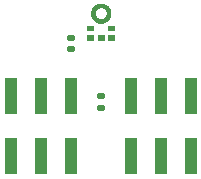
<source format=gtp>
%TF.GenerationSoftware,KiCad,Pcbnew,(5.99.0-11065-g2a3d8e22b6)*%
%TF.CreationDate,2021-07-07T11:59:56+01:00*%
%TF.ProjectId,NB3_ear,4e42335f-6561-4722-9e6b-696361645f70,0.0.1*%
%TF.SameCoordinates,Original*%
%TF.FileFunction,Paste,Top*%
%TF.FilePolarity,Positive*%
%FSLAX46Y46*%
G04 Gerber Fmt 4.6, Leading zero omitted, Abs format (unit mm)*
G04 Created by KiCad (PCBNEW (5.99.0-11065-g2a3d8e22b6)) date 2021-07-07 11:59:56*
%MOMM*%
%LPD*%
G01*
G04 APERTURE LIST*
G04 Aperture macros list*
%AMRoundRect*
0 Rectangle with rounded corners*
0 $1 Rounding radius*
0 $2 $3 $4 $5 $6 $7 $8 $9 X,Y pos of 4 corners*
0 Add a 4 corners polygon primitive as box body*
4,1,4,$2,$3,$4,$5,$6,$7,$8,$9,$2,$3,0*
0 Add four circle primitives for the rounded corners*
1,1,$1+$1,$2,$3*
1,1,$1+$1,$4,$5*
1,1,$1+$1,$6,$7*
1,1,$1+$1,$8,$9*
0 Add four rect primitives between the rounded corners*
20,1,$1+$1,$2,$3,$4,$5,0*
20,1,$1+$1,$4,$5,$6,$7,0*
20,1,$1+$1,$6,$7,$8,$9,0*
20,1,$1+$1,$8,$9,$2,$3,0*%
G04 Aperture macros list end*
%ADD10C,0.001000*%
%ADD11R,1.000000X3.150000*%
%ADD12RoundRect,0.140000X-0.170000X0.140000X-0.170000X-0.140000X0.170000X-0.140000X0.170000X0.140000X0*%
%ADD13RoundRect,0.135000X0.185000X-0.135000X0.185000X0.135000X-0.185000X0.135000X-0.185000X-0.135000X0*%
G04 APERTURE END LIST*
D10*
%TO.C,MK1*%
X149930000Y-101664000D02*
X149930000Y-101242000D01*
X149930000Y-101242000D02*
X150430000Y-101242000D01*
X150430000Y-101242000D02*
X150430000Y-101664000D01*
X150430000Y-101664000D02*
X149930000Y-101664000D01*
G36*
X150430000Y-101664000D02*
G01*
X149930000Y-101664000D01*
X149930000Y-101242000D01*
X150430000Y-101242000D01*
X150430000Y-101664000D01*
G37*
X150430000Y-101664000D02*
X149930000Y-101664000D01*
X149930000Y-101242000D01*
X150430000Y-101242000D01*
X150430000Y-101664000D01*
X151730000Y-101664000D02*
X151730000Y-101242000D01*
X151730000Y-101242000D02*
X152230000Y-101242000D01*
X152230000Y-101242000D02*
X152230000Y-101664000D01*
X152230000Y-101664000D02*
X151730000Y-101664000D01*
G36*
X152230000Y-101664000D02*
G01*
X151730000Y-101664000D01*
X151730000Y-101242000D01*
X152230000Y-101242000D01*
X152230000Y-101664000D01*
G37*
X152230000Y-101664000D02*
X151730000Y-101664000D01*
X151730000Y-101242000D01*
X152230000Y-101242000D01*
X152230000Y-101664000D01*
X151030000Y-100711000D02*
X151008804Y-100708598D01*
X151008804Y-100708598D02*
X150985416Y-100704894D01*
X150985416Y-100704894D02*
X150962225Y-100700105D01*
X150962225Y-100700105D02*
X150939282Y-100694243D01*
X150939282Y-100694243D02*
X150916636Y-100687319D01*
X150916636Y-100687319D02*
X150894338Y-100679350D01*
X150894338Y-100679350D02*
X150872434Y-100670352D01*
X150872434Y-100670352D02*
X150850972Y-100660344D01*
X150850972Y-100660344D02*
X150830000Y-100649349D01*
X150830000Y-100649349D02*
X150809562Y-100637390D01*
X150809562Y-100637390D02*
X150789702Y-100624492D01*
X150789702Y-100624492D02*
X150770464Y-100610685D01*
X150770464Y-100610685D02*
X150751889Y-100595998D01*
X150751889Y-100595998D02*
X150734017Y-100580463D01*
X150734017Y-100580463D02*
X150716888Y-100564112D01*
X150716888Y-100564112D02*
X150700537Y-100546983D01*
X150700537Y-100546983D02*
X150685002Y-100529111D01*
X150685002Y-100529111D02*
X150670315Y-100510536D01*
X150670315Y-100510536D02*
X150656508Y-100491298D01*
X150656508Y-100491298D02*
X150643610Y-100471438D01*
X150643610Y-100471438D02*
X150631651Y-100451000D01*
X150631651Y-100451000D02*
X150620656Y-100430028D01*
X150620656Y-100430028D02*
X150610648Y-100408566D01*
X150610648Y-100408566D02*
X150601650Y-100386662D01*
X150601650Y-100386662D02*
X150593681Y-100364364D01*
X150593681Y-100364364D02*
X150586757Y-100341718D01*
X150586757Y-100341718D02*
X150580895Y-100318775D01*
X150580895Y-100318775D02*
X150576106Y-100295584D01*
X150576106Y-100295584D02*
X150572402Y-100272196D01*
X150572402Y-100272196D02*
X150570000Y-100251000D01*
X150570000Y-100251000D02*
X150270000Y-100251000D01*
X150270000Y-100251000D02*
X150272979Y-100289506D01*
X150272979Y-100289506D02*
X150277902Y-100328477D01*
X150277902Y-100328477D02*
X150284723Y-100367160D01*
X150284723Y-100367160D02*
X150293425Y-100405465D01*
X150293425Y-100405465D02*
X150303989Y-100443298D01*
X150303989Y-100443298D02*
X150316387Y-100480570D01*
X150316387Y-100480570D02*
X150330592Y-100517192D01*
X150330592Y-100517192D02*
X150346569Y-100553077D01*
X150346569Y-100553077D02*
X150364280Y-100588138D01*
X150364280Y-100588138D02*
X150383682Y-100622292D01*
X150383682Y-100622292D02*
X150404729Y-100655458D01*
X150404729Y-100655458D02*
X150427372Y-100687555D01*
X150427372Y-100687555D02*
X150451555Y-100718509D01*
X150451555Y-100718509D02*
X150477222Y-100748244D01*
X150477222Y-100748244D02*
X150504310Y-100776690D01*
X150504310Y-100776690D02*
X150532756Y-100803778D01*
X150532756Y-100803778D02*
X150562491Y-100829445D01*
X150562491Y-100829445D02*
X150593445Y-100853628D01*
X150593445Y-100853628D02*
X150625542Y-100876271D01*
X150625542Y-100876271D02*
X150658708Y-100897318D01*
X150658708Y-100897318D02*
X150692862Y-100916720D01*
X150692862Y-100916720D02*
X150727923Y-100934431D01*
X150727923Y-100934431D02*
X150763808Y-100950408D01*
X150763808Y-100950408D02*
X150800430Y-100964613D01*
X150800430Y-100964613D02*
X150837702Y-100977011D01*
X150837702Y-100977011D02*
X150875535Y-100987575D01*
X150875535Y-100987575D02*
X150913840Y-100996277D01*
X150913840Y-100996277D02*
X150952523Y-101003098D01*
X150952523Y-101003098D02*
X150991494Y-101008021D01*
X150991494Y-101008021D02*
X151030000Y-101011000D01*
X151030000Y-101011000D02*
X151030000Y-100711000D01*
X151030000Y-100711000D02*
X151030000Y-100711000D01*
G36*
X150572402Y-100272196D02*
G01*
X150576106Y-100295584D01*
X150580895Y-100318775D01*
X150586757Y-100341718D01*
X150593681Y-100364364D01*
X150601650Y-100386662D01*
X150610648Y-100408566D01*
X150620656Y-100430028D01*
X150631651Y-100451000D01*
X150643610Y-100471438D01*
X150656508Y-100491298D01*
X150670315Y-100510536D01*
X150685002Y-100529111D01*
X150700537Y-100546983D01*
X150716888Y-100564112D01*
X150734017Y-100580463D01*
X150751889Y-100595998D01*
X150770464Y-100610685D01*
X150789702Y-100624492D01*
X150809562Y-100637390D01*
X150830000Y-100649349D01*
X150850972Y-100660344D01*
X150872434Y-100670352D01*
X150894338Y-100679350D01*
X150916636Y-100687319D01*
X150939282Y-100694243D01*
X150962225Y-100700105D01*
X150985416Y-100704894D01*
X151008804Y-100708598D01*
X151030000Y-100711000D01*
X151030000Y-101011000D01*
X150991494Y-101008021D01*
X150952523Y-101003098D01*
X150913840Y-100996277D01*
X150875535Y-100987575D01*
X150837702Y-100977011D01*
X150800430Y-100964613D01*
X150763808Y-100950408D01*
X150727923Y-100934431D01*
X150692862Y-100916720D01*
X150658708Y-100897318D01*
X150625542Y-100876271D01*
X150593445Y-100853628D01*
X150562491Y-100829445D01*
X150532756Y-100803778D01*
X150504310Y-100776690D01*
X150477222Y-100748244D01*
X150451555Y-100718509D01*
X150427372Y-100687555D01*
X150404729Y-100655458D01*
X150383682Y-100622292D01*
X150364280Y-100588138D01*
X150346569Y-100553077D01*
X150330592Y-100517192D01*
X150316387Y-100480570D01*
X150303989Y-100443298D01*
X150293425Y-100405465D01*
X150284723Y-100367160D01*
X150277902Y-100328477D01*
X150272979Y-100289506D01*
X150270000Y-100251000D01*
X150570000Y-100251000D01*
X150572402Y-100272196D01*
G37*
X150572402Y-100272196D02*
X150576106Y-100295584D01*
X150580895Y-100318775D01*
X150586757Y-100341718D01*
X150593681Y-100364364D01*
X150601650Y-100386662D01*
X150610648Y-100408566D01*
X150620656Y-100430028D01*
X150631651Y-100451000D01*
X150643610Y-100471438D01*
X150656508Y-100491298D01*
X150670315Y-100510536D01*
X150685002Y-100529111D01*
X150700537Y-100546983D01*
X150716888Y-100564112D01*
X150734017Y-100580463D01*
X150751889Y-100595998D01*
X150770464Y-100610685D01*
X150789702Y-100624492D01*
X150809562Y-100637390D01*
X150830000Y-100649349D01*
X150850972Y-100660344D01*
X150872434Y-100670352D01*
X150894338Y-100679350D01*
X150916636Y-100687319D01*
X150939282Y-100694243D01*
X150962225Y-100700105D01*
X150985416Y-100704894D01*
X151008804Y-100708598D01*
X151030000Y-100711000D01*
X151030000Y-101011000D01*
X150991494Y-101008021D01*
X150952523Y-101003098D01*
X150913840Y-100996277D01*
X150875535Y-100987575D01*
X150837702Y-100977011D01*
X150800430Y-100964613D01*
X150763808Y-100950408D01*
X150727923Y-100934431D01*
X150692862Y-100916720D01*
X150658708Y-100897318D01*
X150625542Y-100876271D01*
X150593445Y-100853628D01*
X150562491Y-100829445D01*
X150532756Y-100803778D01*
X150504310Y-100776690D01*
X150477222Y-100748244D01*
X150451555Y-100718509D01*
X150427372Y-100687555D01*
X150404729Y-100655458D01*
X150383682Y-100622292D01*
X150364280Y-100588138D01*
X150346569Y-100553077D01*
X150330592Y-100517192D01*
X150316387Y-100480570D01*
X150303989Y-100443298D01*
X150293425Y-100405465D01*
X150284723Y-100367160D01*
X150277902Y-100328477D01*
X150272979Y-100289506D01*
X150270000Y-100251000D01*
X150570000Y-100251000D01*
X150572402Y-100272196D01*
X150570000Y-100151000D02*
X150572402Y-100129804D01*
X150572402Y-100129804D02*
X150576106Y-100106416D01*
X150576106Y-100106416D02*
X150580895Y-100083225D01*
X150580895Y-100083225D02*
X150586757Y-100060282D01*
X150586757Y-100060282D02*
X150593681Y-100037636D01*
X150593681Y-100037636D02*
X150601650Y-100015338D01*
X150601650Y-100015338D02*
X150610648Y-99993434D01*
X150610648Y-99993434D02*
X150620656Y-99971972D01*
X150620656Y-99971972D02*
X150631651Y-99951000D01*
X150631651Y-99951000D02*
X150643610Y-99930562D01*
X150643610Y-99930562D02*
X150656508Y-99910702D01*
X150656508Y-99910702D02*
X150670315Y-99891464D01*
X150670315Y-99891464D02*
X150685002Y-99872889D01*
X150685002Y-99872889D02*
X150700537Y-99855017D01*
X150700537Y-99855017D02*
X150716888Y-99837888D01*
X150716888Y-99837888D02*
X150734017Y-99821537D01*
X150734017Y-99821537D02*
X150751889Y-99806002D01*
X150751889Y-99806002D02*
X150770464Y-99791315D01*
X150770464Y-99791315D02*
X150789702Y-99777508D01*
X150789702Y-99777508D02*
X150809562Y-99764610D01*
X150809562Y-99764610D02*
X150830000Y-99752651D01*
X150830000Y-99752651D02*
X150850972Y-99741656D01*
X150850972Y-99741656D02*
X150872434Y-99731648D01*
X150872434Y-99731648D02*
X150894338Y-99722650D01*
X150894338Y-99722650D02*
X150916636Y-99714681D01*
X150916636Y-99714681D02*
X150939282Y-99707757D01*
X150939282Y-99707757D02*
X150962225Y-99701895D01*
X150962225Y-99701895D02*
X150985416Y-99697106D01*
X150985416Y-99697106D02*
X151008804Y-99693402D01*
X151008804Y-99693402D02*
X151030000Y-99691000D01*
X151030000Y-99691000D02*
X151030000Y-99391000D01*
X151030000Y-99391000D02*
X150991494Y-99393979D01*
X150991494Y-99393979D02*
X150952523Y-99398902D01*
X150952523Y-99398902D02*
X150913840Y-99405723D01*
X150913840Y-99405723D02*
X150875535Y-99414425D01*
X150875535Y-99414425D02*
X150837702Y-99424989D01*
X150837702Y-99424989D02*
X150800430Y-99437387D01*
X150800430Y-99437387D02*
X150763808Y-99451592D01*
X150763808Y-99451592D02*
X150727923Y-99467569D01*
X150727923Y-99467569D02*
X150692862Y-99485280D01*
X150692862Y-99485280D02*
X150658708Y-99504682D01*
X150658708Y-99504682D02*
X150625542Y-99525729D01*
X150625542Y-99525729D02*
X150593445Y-99548372D01*
X150593445Y-99548372D02*
X150562491Y-99572555D01*
X150562491Y-99572555D02*
X150532756Y-99598222D01*
X150532756Y-99598222D02*
X150504310Y-99625310D01*
X150504310Y-99625310D02*
X150477222Y-99653756D01*
X150477222Y-99653756D02*
X150451555Y-99683491D01*
X150451555Y-99683491D02*
X150427372Y-99714445D01*
X150427372Y-99714445D02*
X150404729Y-99746542D01*
X150404729Y-99746542D02*
X150383682Y-99779708D01*
X150383682Y-99779708D02*
X150364280Y-99813862D01*
X150364280Y-99813862D02*
X150346569Y-99848923D01*
X150346569Y-99848923D02*
X150330592Y-99884808D01*
X150330592Y-99884808D02*
X150316387Y-99921430D01*
X150316387Y-99921430D02*
X150303989Y-99958702D01*
X150303989Y-99958702D02*
X150293425Y-99996535D01*
X150293425Y-99996535D02*
X150284723Y-100034840D01*
X150284723Y-100034840D02*
X150277902Y-100073523D01*
X150277902Y-100073523D02*
X150272979Y-100112494D01*
X150272979Y-100112494D02*
X150270000Y-100151000D01*
X150270000Y-100151000D02*
X150570000Y-100151000D01*
X150570000Y-100151000D02*
X150570000Y-100151000D01*
G36*
X151030000Y-99691000D02*
G01*
X151008804Y-99693402D01*
X150985416Y-99697106D01*
X150962225Y-99701895D01*
X150939282Y-99707757D01*
X150916636Y-99714681D01*
X150894338Y-99722650D01*
X150872434Y-99731648D01*
X150850972Y-99741656D01*
X150830000Y-99752651D01*
X150809562Y-99764610D01*
X150789702Y-99777508D01*
X150770464Y-99791315D01*
X150751889Y-99806002D01*
X150734017Y-99821537D01*
X150716888Y-99837888D01*
X150700537Y-99855017D01*
X150685002Y-99872889D01*
X150670315Y-99891464D01*
X150656508Y-99910702D01*
X150643610Y-99930562D01*
X150631651Y-99951000D01*
X150620656Y-99971972D01*
X150610648Y-99993434D01*
X150601650Y-100015338D01*
X150593681Y-100037636D01*
X150586757Y-100060282D01*
X150580895Y-100083225D01*
X150576106Y-100106416D01*
X150572402Y-100129804D01*
X150570000Y-100151000D01*
X150270000Y-100151000D01*
X150272979Y-100112494D01*
X150277902Y-100073523D01*
X150284723Y-100034840D01*
X150293425Y-99996535D01*
X150303989Y-99958702D01*
X150316387Y-99921430D01*
X150330592Y-99884808D01*
X150346569Y-99848923D01*
X150364280Y-99813862D01*
X150383682Y-99779708D01*
X150404729Y-99746542D01*
X150427372Y-99714445D01*
X150451555Y-99683491D01*
X150477222Y-99653756D01*
X150504310Y-99625310D01*
X150532756Y-99598222D01*
X150562491Y-99572555D01*
X150593445Y-99548372D01*
X150625542Y-99525729D01*
X150658708Y-99504682D01*
X150692862Y-99485280D01*
X150727923Y-99467569D01*
X150763808Y-99451592D01*
X150800430Y-99437387D01*
X150837702Y-99424989D01*
X150875535Y-99414425D01*
X150913840Y-99405723D01*
X150952523Y-99398902D01*
X150991494Y-99393979D01*
X151030000Y-99391000D01*
X151030000Y-99691000D01*
G37*
X151030000Y-99691000D02*
X151008804Y-99693402D01*
X150985416Y-99697106D01*
X150962225Y-99701895D01*
X150939282Y-99707757D01*
X150916636Y-99714681D01*
X150894338Y-99722650D01*
X150872434Y-99731648D01*
X150850972Y-99741656D01*
X150830000Y-99752651D01*
X150809562Y-99764610D01*
X150789702Y-99777508D01*
X150770464Y-99791315D01*
X150751889Y-99806002D01*
X150734017Y-99821537D01*
X150716888Y-99837888D01*
X150700537Y-99855017D01*
X150685002Y-99872889D01*
X150670315Y-99891464D01*
X150656508Y-99910702D01*
X150643610Y-99930562D01*
X150631651Y-99951000D01*
X150620656Y-99971972D01*
X150610648Y-99993434D01*
X150601650Y-100015338D01*
X150593681Y-100037636D01*
X150586757Y-100060282D01*
X150580895Y-100083225D01*
X150576106Y-100106416D01*
X150572402Y-100129804D01*
X150570000Y-100151000D01*
X150270000Y-100151000D01*
X150272979Y-100112494D01*
X150277902Y-100073523D01*
X150284723Y-100034840D01*
X150293425Y-99996535D01*
X150303989Y-99958702D01*
X150316387Y-99921430D01*
X150330592Y-99884808D01*
X150346569Y-99848923D01*
X150364280Y-99813862D01*
X150383682Y-99779708D01*
X150404729Y-99746542D01*
X150427372Y-99714445D01*
X150451555Y-99683491D01*
X150477222Y-99653756D01*
X150504310Y-99625310D01*
X150532756Y-99598222D01*
X150562491Y-99572555D01*
X150593445Y-99548372D01*
X150625542Y-99525729D01*
X150658708Y-99504682D01*
X150692862Y-99485280D01*
X150727923Y-99467569D01*
X150763808Y-99451592D01*
X150800430Y-99437387D01*
X150837702Y-99424989D01*
X150875535Y-99414425D01*
X150913840Y-99405723D01*
X150952523Y-99398902D01*
X150991494Y-99393979D01*
X151030000Y-99391000D01*
X151030000Y-99691000D01*
X150830000Y-102486000D02*
X150830000Y-102064000D01*
X150830000Y-102064000D02*
X151330000Y-102064000D01*
X151330000Y-102064000D02*
X151330000Y-102486000D01*
X151330000Y-102486000D02*
X150830000Y-102486000D01*
G36*
X151330000Y-102486000D02*
G01*
X150830000Y-102486000D01*
X150830000Y-102064000D01*
X151330000Y-102064000D01*
X151330000Y-102486000D01*
G37*
X151330000Y-102486000D02*
X150830000Y-102486000D01*
X150830000Y-102064000D01*
X151330000Y-102064000D01*
X151330000Y-102486000D01*
X149930000Y-102486000D02*
X149930000Y-102064000D01*
X149930000Y-102064000D02*
X150430000Y-102064000D01*
X150430000Y-102064000D02*
X150430000Y-102486000D01*
X150430000Y-102486000D02*
X149930000Y-102486000D01*
G36*
X150430000Y-102486000D02*
G01*
X149930000Y-102486000D01*
X149930000Y-102064000D01*
X150430000Y-102064000D01*
X150430000Y-102486000D01*
G37*
X150430000Y-102486000D02*
X149930000Y-102486000D01*
X149930000Y-102064000D01*
X150430000Y-102064000D01*
X150430000Y-102486000D01*
X151130000Y-99691000D02*
X151151196Y-99693402D01*
X151151196Y-99693402D02*
X151174584Y-99697106D01*
X151174584Y-99697106D02*
X151197775Y-99701895D01*
X151197775Y-99701895D02*
X151220718Y-99707757D01*
X151220718Y-99707757D02*
X151243364Y-99714681D01*
X151243364Y-99714681D02*
X151265662Y-99722650D01*
X151265662Y-99722650D02*
X151287566Y-99731648D01*
X151287566Y-99731648D02*
X151309028Y-99741656D01*
X151309028Y-99741656D02*
X151330000Y-99752651D01*
X151330000Y-99752651D02*
X151350438Y-99764610D01*
X151350438Y-99764610D02*
X151370298Y-99777508D01*
X151370298Y-99777508D02*
X151389536Y-99791315D01*
X151389536Y-99791315D02*
X151408111Y-99806002D01*
X151408111Y-99806002D02*
X151425983Y-99821537D01*
X151425983Y-99821537D02*
X151443112Y-99837888D01*
X151443112Y-99837888D02*
X151459463Y-99855017D01*
X151459463Y-99855017D02*
X151474998Y-99872889D01*
X151474998Y-99872889D02*
X151489685Y-99891464D01*
X151489685Y-99891464D02*
X151503492Y-99910702D01*
X151503492Y-99910702D02*
X151516390Y-99930562D01*
X151516390Y-99930562D02*
X151528349Y-99951000D01*
X151528349Y-99951000D02*
X151539344Y-99971972D01*
X151539344Y-99971972D02*
X151549352Y-99993434D01*
X151549352Y-99993434D02*
X151558350Y-100015338D01*
X151558350Y-100015338D02*
X151566319Y-100037636D01*
X151566319Y-100037636D02*
X151573243Y-100060282D01*
X151573243Y-100060282D02*
X151579105Y-100083225D01*
X151579105Y-100083225D02*
X151583894Y-100106416D01*
X151583894Y-100106416D02*
X151587598Y-100129804D01*
X151587598Y-100129804D02*
X151590000Y-100151000D01*
X151590000Y-100151000D02*
X151890000Y-100151000D01*
X151890000Y-100151000D02*
X151887021Y-100112494D01*
X151887021Y-100112494D02*
X151882098Y-100073523D01*
X151882098Y-100073523D02*
X151875277Y-100034840D01*
X151875277Y-100034840D02*
X151866575Y-99996535D01*
X151866575Y-99996535D02*
X151856011Y-99958702D01*
X151856011Y-99958702D02*
X151843613Y-99921430D01*
X151843613Y-99921430D02*
X151829408Y-99884808D01*
X151829408Y-99884808D02*
X151813431Y-99848923D01*
X151813431Y-99848923D02*
X151795720Y-99813862D01*
X151795720Y-99813862D02*
X151776318Y-99779708D01*
X151776318Y-99779708D02*
X151755271Y-99746542D01*
X151755271Y-99746542D02*
X151732628Y-99714445D01*
X151732628Y-99714445D02*
X151708445Y-99683491D01*
X151708445Y-99683491D02*
X151682778Y-99653756D01*
X151682778Y-99653756D02*
X151655690Y-99625310D01*
X151655690Y-99625310D02*
X151627244Y-99598222D01*
X151627244Y-99598222D02*
X151597509Y-99572555D01*
X151597509Y-99572555D02*
X151566555Y-99548372D01*
X151566555Y-99548372D02*
X151534458Y-99525729D01*
X151534458Y-99525729D02*
X151501292Y-99504682D01*
X151501292Y-99504682D02*
X151467138Y-99485280D01*
X151467138Y-99485280D02*
X151432077Y-99467569D01*
X151432077Y-99467569D02*
X151396192Y-99451592D01*
X151396192Y-99451592D02*
X151359570Y-99437387D01*
X151359570Y-99437387D02*
X151322298Y-99424989D01*
X151322298Y-99424989D02*
X151284465Y-99414425D01*
X151284465Y-99414425D02*
X151246160Y-99405723D01*
X151246160Y-99405723D02*
X151207477Y-99398902D01*
X151207477Y-99398902D02*
X151168506Y-99393979D01*
X151168506Y-99393979D02*
X151130000Y-99391000D01*
X151130000Y-99391000D02*
X151130000Y-99691000D01*
X151130000Y-99691000D02*
X151130000Y-99691000D01*
G36*
X151168506Y-99393979D02*
G01*
X151207477Y-99398902D01*
X151246160Y-99405723D01*
X151284465Y-99414425D01*
X151322298Y-99424989D01*
X151359570Y-99437387D01*
X151396192Y-99451592D01*
X151432077Y-99467569D01*
X151467138Y-99485280D01*
X151501292Y-99504682D01*
X151534458Y-99525729D01*
X151566555Y-99548372D01*
X151597509Y-99572555D01*
X151627244Y-99598222D01*
X151655690Y-99625310D01*
X151682778Y-99653756D01*
X151708445Y-99683491D01*
X151732628Y-99714445D01*
X151755271Y-99746542D01*
X151776318Y-99779708D01*
X151795720Y-99813862D01*
X151813431Y-99848923D01*
X151829408Y-99884808D01*
X151843613Y-99921430D01*
X151856011Y-99958702D01*
X151866575Y-99996535D01*
X151875277Y-100034840D01*
X151882098Y-100073523D01*
X151887021Y-100112494D01*
X151890000Y-100151000D01*
X151590000Y-100151000D01*
X151587598Y-100129804D01*
X151583894Y-100106416D01*
X151579105Y-100083225D01*
X151573243Y-100060282D01*
X151566319Y-100037636D01*
X151558350Y-100015338D01*
X151549352Y-99993434D01*
X151539344Y-99971972D01*
X151528349Y-99951000D01*
X151516390Y-99930562D01*
X151503492Y-99910702D01*
X151489685Y-99891464D01*
X151474998Y-99872889D01*
X151459463Y-99855017D01*
X151443112Y-99837888D01*
X151425983Y-99821537D01*
X151408111Y-99806002D01*
X151389536Y-99791315D01*
X151370298Y-99777508D01*
X151350438Y-99764610D01*
X151330000Y-99752651D01*
X151309028Y-99741656D01*
X151287566Y-99731648D01*
X151265662Y-99722650D01*
X151243364Y-99714681D01*
X151220718Y-99707757D01*
X151197775Y-99701895D01*
X151174584Y-99697106D01*
X151151196Y-99693402D01*
X151130000Y-99691000D01*
X151130000Y-99391000D01*
X151168506Y-99393979D01*
G37*
X151168506Y-99393979D02*
X151207477Y-99398902D01*
X151246160Y-99405723D01*
X151284465Y-99414425D01*
X151322298Y-99424989D01*
X151359570Y-99437387D01*
X151396192Y-99451592D01*
X151432077Y-99467569D01*
X151467138Y-99485280D01*
X151501292Y-99504682D01*
X151534458Y-99525729D01*
X151566555Y-99548372D01*
X151597509Y-99572555D01*
X151627244Y-99598222D01*
X151655690Y-99625310D01*
X151682778Y-99653756D01*
X151708445Y-99683491D01*
X151732628Y-99714445D01*
X151755271Y-99746542D01*
X151776318Y-99779708D01*
X151795720Y-99813862D01*
X151813431Y-99848923D01*
X151829408Y-99884808D01*
X151843613Y-99921430D01*
X151856011Y-99958702D01*
X151866575Y-99996535D01*
X151875277Y-100034840D01*
X151882098Y-100073523D01*
X151887021Y-100112494D01*
X151890000Y-100151000D01*
X151590000Y-100151000D01*
X151587598Y-100129804D01*
X151583894Y-100106416D01*
X151579105Y-100083225D01*
X151573243Y-100060282D01*
X151566319Y-100037636D01*
X151558350Y-100015338D01*
X151549352Y-99993434D01*
X151539344Y-99971972D01*
X151528349Y-99951000D01*
X151516390Y-99930562D01*
X151503492Y-99910702D01*
X151489685Y-99891464D01*
X151474998Y-99872889D01*
X151459463Y-99855017D01*
X151443112Y-99837888D01*
X151425983Y-99821537D01*
X151408111Y-99806002D01*
X151389536Y-99791315D01*
X151370298Y-99777508D01*
X151350438Y-99764610D01*
X151330000Y-99752651D01*
X151309028Y-99741656D01*
X151287566Y-99731648D01*
X151265662Y-99722650D01*
X151243364Y-99714681D01*
X151220718Y-99707757D01*
X151197775Y-99701895D01*
X151174584Y-99697106D01*
X151151196Y-99693402D01*
X151130000Y-99691000D01*
X151130000Y-99391000D01*
X151168506Y-99393979D01*
X151730000Y-102486000D02*
X151730000Y-102064000D01*
X151730000Y-102064000D02*
X152230000Y-102064000D01*
X152230000Y-102064000D02*
X152230000Y-102486000D01*
X152230000Y-102486000D02*
X151730000Y-102486000D01*
G36*
X152230000Y-102486000D02*
G01*
X151730000Y-102486000D01*
X151730000Y-102064000D01*
X152230000Y-102064000D01*
X152230000Y-102486000D01*
G37*
X152230000Y-102486000D02*
X151730000Y-102486000D01*
X151730000Y-102064000D01*
X152230000Y-102064000D01*
X152230000Y-102486000D01*
X151590000Y-100251000D02*
X151587598Y-100272196D01*
X151587598Y-100272196D02*
X151583894Y-100295584D01*
X151583894Y-100295584D02*
X151579105Y-100318775D01*
X151579105Y-100318775D02*
X151573243Y-100341718D01*
X151573243Y-100341718D02*
X151566319Y-100364364D01*
X151566319Y-100364364D02*
X151558350Y-100386662D01*
X151558350Y-100386662D02*
X151549352Y-100408566D01*
X151549352Y-100408566D02*
X151539344Y-100430028D01*
X151539344Y-100430028D02*
X151528349Y-100451000D01*
X151528349Y-100451000D02*
X151516390Y-100471438D01*
X151516390Y-100471438D02*
X151503492Y-100491298D01*
X151503492Y-100491298D02*
X151489685Y-100510536D01*
X151489685Y-100510536D02*
X151474998Y-100529111D01*
X151474998Y-100529111D02*
X151459463Y-100546983D01*
X151459463Y-100546983D02*
X151443112Y-100564112D01*
X151443112Y-100564112D02*
X151425983Y-100580463D01*
X151425983Y-100580463D02*
X151408111Y-100595998D01*
X151408111Y-100595998D02*
X151389536Y-100610685D01*
X151389536Y-100610685D02*
X151370298Y-100624492D01*
X151370298Y-100624492D02*
X151350438Y-100637390D01*
X151350438Y-100637390D02*
X151330000Y-100649349D01*
X151330000Y-100649349D02*
X151309028Y-100660344D01*
X151309028Y-100660344D02*
X151287566Y-100670352D01*
X151287566Y-100670352D02*
X151265662Y-100679350D01*
X151265662Y-100679350D02*
X151243364Y-100687319D01*
X151243364Y-100687319D02*
X151220718Y-100694243D01*
X151220718Y-100694243D02*
X151197775Y-100700105D01*
X151197775Y-100700105D02*
X151174584Y-100704894D01*
X151174584Y-100704894D02*
X151151196Y-100708598D01*
X151151196Y-100708598D02*
X151130000Y-100711000D01*
X151130000Y-100711000D02*
X151130000Y-101011000D01*
X151130000Y-101011000D02*
X151168506Y-101008021D01*
X151168506Y-101008021D02*
X151207477Y-101003098D01*
X151207477Y-101003098D02*
X151246160Y-100996277D01*
X151246160Y-100996277D02*
X151284465Y-100987575D01*
X151284465Y-100987575D02*
X151322298Y-100977011D01*
X151322298Y-100977011D02*
X151359570Y-100964613D01*
X151359570Y-100964613D02*
X151396192Y-100950408D01*
X151396192Y-100950408D02*
X151432077Y-100934431D01*
X151432077Y-100934431D02*
X151467138Y-100916720D01*
X151467138Y-100916720D02*
X151501292Y-100897318D01*
X151501292Y-100897318D02*
X151534458Y-100876271D01*
X151534458Y-100876271D02*
X151566555Y-100853628D01*
X151566555Y-100853628D02*
X151597509Y-100829445D01*
X151597509Y-100829445D02*
X151627244Y-100803778D01*
X151627244Y-100803778D02*
X151655690Y-100776690D01*
X151655690Y-100776690D02*
X151682778Y-100748244D01*
X151682778Y-100748244D02*
X151708445Y-100718509D01*
X151708445Y-100718509D02*
X151732628Y-100687555D01*
X151732628Y-100687555D02*
X151755271Y-100655458D01*
X151755271Y-100655458D02*
X151776318Y-100622292D01*
X151776318Y-100622292D02*
X151795720Y-100588138D01*
X151795720Y-100588138D02*
X151813431Y-100553077D01*
X151813431Y-100553077D02*
X151829408Y-100517192D01*
X151829408Y-100517192D02*
X151843613Y-100480570D01*
X151843613Y-100480570D02*
X151856011Y-100443298D01*
X151856011Y-100443298D02*
X151866575Y-100405465D01*
X151866575Y-100405465D02*
X151875277Y-100367160D01*
X151875277Y-100367160D02*
X151882098Y-100328477D01*
X151882098Y-100328477D02*
X151887021Y-100289506D01*
X151887021Y-100289506D02*
X151890000Y-100251000D01*
X151890000Y-100251000D02*
X151590000Y-100251000D01*
X151590000Y-100251000D02*
X151590000Y-100251000D01*
G36*
X151887021Y-100289506D02*
G01*
X151882098Y-100328477D01*
X151875277Y-100367160D01*
X151866575Y-100405465D01*
X151856011Y-100443298D01*
X151843613Y-100480570D01*
X151829408Y-100517192D01*
X151813431Y-100553077D01*
X151795720Y-100588138D01*
X151776318Y-100622292D01*
X151755271Y-100655458D01*
X151732628Y-100687555D01*
X151708445Y-100718509D01*
X151682778Y-100748244D01*
X151655690Y-100776690D01*
X151627244Y-100803778D01*
X151597509Y-100829445D01*
X151566555Y-100853628D01*
X151534458Y-100876271D01*
X151501292Y-100897318D01*
X151467138Y-100916720D01*
X151432077Y-100934431D01*
X151396192Y-100950408D01*
X151359570Y-100964613D01*
X151322298Y-100977011D01*
X151284465Y-100987575D01*
X151246160Y-100996277D01*
X151207477Y-101003098D01*
X151168506Y-101008021D01*
X151130000Y-101011000D01*
X151130000Y-100711000D01*
X151151196Y-100708598D01*
X151174584Y-100704894D01*
X151197775Y-100700105D01*
X151220718Y-100694243D01*
X151243364Y-100687319D01*
X151265662Y-100679350D01*
X151287566Y-100670352D01*
X151309028Y-100660344D01*
X151330000Y-100649349D01*
X151350438Y-100637390D01*
X151370298Y-100624492D01*
X151389536Y-100610685D01*
X151408111Y-100595998D01*
X151425983Y-100580463D01*
X151443112Y-100564112D01*
X151459463Y-100546983D01*
X151474998Y-100529111D01*
X151489685Y-100510536D01*
X151503492Y-100491298D01*
X151516390Y-100471438D01*
X151528349Y-100451000D01*
X151539344Y-100430028D01*
X151549352Y-100408566D01*
X151558350Y-100386662D01*
X151566319Y-100364364D01*
X151573243Y-100341718D01*
X151579105Y-100318775D01*
X151583894Y-100295584D01*
X151587598Y-100272196D01*
X151590000Y-100251000D01*
X151890000Y-100251000D01*
X151887021Y-100289506D01*
G37*
X151887021Y-100289506D02*
X151882098Y-100328477D01*
X151875277Y-100367160D01*
X151866575Y-100405465D01*
X151856011Y-100443298D01*
X151843613Y-100480570D01*
X151829408Y-100517192D01*
X151813431Y-100553077D01*
X151795720Y-100588138D01*
X151776318Y-100622292D01*
X151755271Y-100655458D01*
X151732628Y-100687555D01*
X151708445Y-100718509D01*
X151682778Y-100748244D01*
X151655690Y-100776690D01*
X151627244Y-100803778D01*
X151597509Y-100829445D01*
X151566555Y-100853628D01*
X151534458Y-100876271D01*
X151501292Y-100897318D01*
X151467138Y-100916720D01*
X151432077Y-100934431D01*
X151396192Y-100950408D01*
X151359570Y-100964613D01*
X151322298Y-100977011D01*
X151284465Y-100987575D01*
X151246160Y-100996277D01*
X151207477Y-101003098D01*
X151168506Y-101008021D01*
X151130000Y-101011000D01*
X151130000Y-100711000D01*
X151151196Y-100708598D01*
X151174584Y-100704894D01*
X151197775Y-100700105D01*
X151220718Y-100694243D01*
X151243364Y-100687319D01*
X151265662Y-100679350D01*
X151287566Y-100670352D01*
X151309028Y-100660344D01*
X151330000Y-100649349D01*
X151350438Y-100637390D01*
X151370298Y-100624492D01*
X151389536Y-100610685D01*
X151408111Y-100595998D01*
X151425983Y-100580463D01*
X151443112Y-100564112D01*
X151459463Y-100546983D01*
X151474998Y-100529111D01*
X151489685Y-100510536D01*
X151503492Y-100491298D01*
X151516390Y-100471438D01*
X151528349Y-100451000D01*
X151539344Y-100430028D01*
X151549352Y-100408566D01*
X151558350Y-100386662D01*
X151566319Y-100364364D01*
X151573243Y-100341718D01*
X151579105Y-100318775D01*
X151583894Y-100295584D01*
X151587598Y-100272196D01*
X151590000Y-100251000D01*
X151890000Y-100251000D01*
X151887021Y-100289506D01*
%TD*%
D11*
%TO.C,J2*%
X153620000Y-112275000D03*
X153620000Y-107225000D03*
X156160000Y-112275000D03*
X156160000Y-107225000D03*
X158700000Y-112275000D03*
X158700000Y-107225000D03*
%TD*%
D12*
%TO.C,C1*%
X148540000Y-102275000D03*
X148540000Y-103235000D03*
%TD*%
D13*
%TO.C,R1*%
X151080000Y-108255000D03*
X151080000Y-107235000D03*
%TD*%
D11*
%TO.C,J1*%
X143460000Y-112300000D03*
X143460000Y-107250000D03*
X146000000Y-112300000D03*
X146000000Y-107250000D03*
X148540000Y-112300000D03*
X148540000Y-107250000D03*
%TD*%
M02*

</source>
